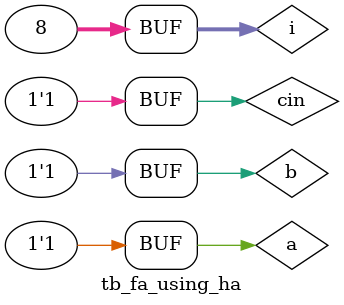
<source format=v>
`timescale 1ns/1ps


module tb_fa_using_ha;
	reg a,b,cin;
	wire sum,carry;
	
	integer i;
	
	// DUT module instantiation
	fa_using_ha DUT ( .a(a),.b(b),.cin(cin),.sum(sum),.carry(carry) );  
	
	initial begin
		a = 0;
		b = 0;
		cin = 0;
		#100;
      for(i=0;i<8;i=i+1) begin
			{a,b,cin} = i;
			#5;
		end
	end
	
	initial 
		$monitor( "%t : a,b,cin=%b%b%b and sum=%b,carry=%b",$time,a,b,cin,sum,carry );
		
	initial begin
		$dumpfile("dump.vcd");
		$dumpvars;
	end
		
endmodule
</source>
